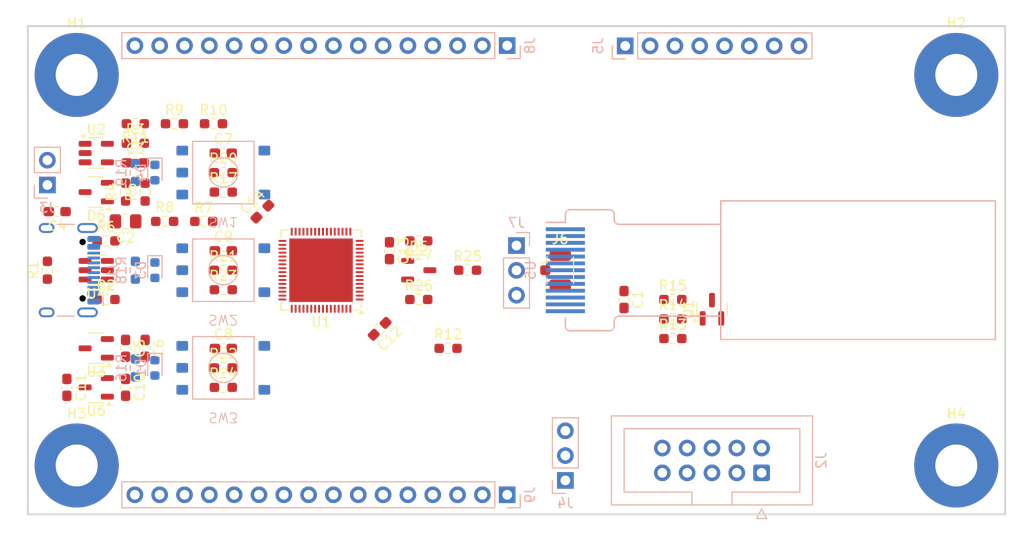
<source format=kicad_pcb>
(kicad_pcb (version 20240108) (generator "pcbnew") (generator_version "8.0")
  (layers (0 "F.Cu" signal) (31 "B.Cu" signal) (34 "B.Paste" user) (35 "F.Paste" user) (36 "B.SilkS" user "B.Silkscreen") (37 "F.SilkS" user "F.Silkscreen") (38 "B.Mask" user) (39 "F.Mask" user) (44 "Edge.Cuts" user))
  (net 0 "")
  (net 1 "+3V3")
  (net 2 "GND")
  (net 3 "+5V")
  (net 4 "Net-(U2-VCC)")
  (net 5 "Net-(J3-Pin_1)")
  (net 6 "/MCU/BTN0")
  (net 7 "/MCU/BTN2")
  (net 8 "/MCU/BTN1")
  (net 9 "/MCU/LED0")
  (net 10 "Net-(D1-A)")
  (net 11 "Net-(U3-VIN)")
  (net 12 "Net-(D3-A)")
  (net 13 "/MCU/LED1")
  (net 14 "/MCU/LED2")
  (net 15 "Net-(D4-A)")
  (net 16 "/MCU/FREQ")
  (net 17 "/MCU/D+")
  (net 18 "Net-(J1-SHIELD)")
  (net 19 "/MCU/CC1")
  (net 22 "/MCU/D-")
  (net 23 "/MCU/CC2")
  (net 24 "/MCU/SWD")
  (net 25 "/MCU/SWC")
  (net 27 "/MCU/nRST")
  (net 28 "Net-(J4-Pin_2)")
  (net 29 "/MCU/SCL")
  (net 30 "/MCU/D0")
  (net 31 "/MCU/BLK")
  (net 32 "/MCU/CSX")
  (net 33 "/MCU/DCX")
  (net 34 "/MCU/RESX")
  (net 35 "Net-(J6-In)")
  (net 36 "Net-(Q1-D)")
  (net 37 "Net-(Q1-G)")
  (net 38 "Net-(U2-PROG)")
  (net 39 "/MCU/BAT_V")
  (net 40 "/MCU/USB_V")
  (net 41 "/MCU/CHG")
  (net 42 "/MCU/BOOT")
  (net 43 "Net-(U5-Pin_11)")
  (net 44 "Net-(R17-Pad2)")
  (net 45 "Net-(R21-Pad2)")
  (net 46 "Net-(R22-Pad2)")
  (net 48 "/MCU/OSC_OUT")
  (net 52 "/MCU/OSC_IN")
  (net 89 "/MCU/PB13")
  (net 90 "/MCU/PB9")
  (net 91 "/MCU/PB0")
  (net 92 "/MCU/PB7")
  (net 93 "/MCU/PB6")
  (net 94 "/MCU/PB8")
  (net 95 "/MCU/PB4")
  (net 96 "/MCU/PB1")
  (net 97 "/MCU/PB12")
  (net 98 "/MCU/PB2")
  (net 99 "/MCU/PB5")
  (net 100 "/MCU/PB3")
  (net 101 "/MCU/PB10")
  (net 102 "/MCU/PB14")
  (net 103 "/MCU/PB11")
  (net 104 "/MCU/PB15")
  (net 107 "+1V8")
  (footprint "Resistor_SMD:R_0603_1608Metric_Pad0.98x0.95mm_HandSolder" (layer "F.Cu") (at 166 103)
    (property "Reference" "R15" (at 0 -1.43 0) (layer "F.SilkS"))
    (property "Value" "10R")
    (pad "1" smd roundrect (at -0.9125 0) (size 0.975 0.95) (layers "F.Cu" "F.Paste" "F.Mask") (net 43 "Net-(U5-Pin_11)"))
    (pad "2" smd roundrect (at 0.9125 0) (size 0.975 0.95) (layers "F.Cu" "F.Paste" "F.Mask") (net 36 "Net-(Q1-D)"))
  )
  (footprint "Resistor_SMD:R_0603_1608Metric_Pad0.98x0.95mm_HandSolder" (layer "F.Cu") (at 111 85 180)
    (property "Reference" "R11" (at 0 -1.43 360) (layer "F.SilkS"))
    (property "Value" "5.1k")
    (pad "1" smd roundrect (at -0.9125 0 180) (size 0.975 0.95) (layers "F.Cu" "F.Paste" "F.Mask") (net 1 "+3V3"))
    (pad "2" smd roundrect (at 0.9125 0 180) (size 0.975 0.95) (layers "F.Cu" "F.Paste" "F.Mask") (net 41 "/MCU/CHG"))
  )
  (footprint "Resistor_SMD:R_0603_1608Metric_Pad0.98x0.95mm_HandSolder" (layer "F.Cu") (at 166 107)
    (property "Reference" "R13" (at 0 -1.43 0) (layer "F.SilkS"))
    (property "Value" "10k")
    (pad "1" smd roundrect (at -0.9125 0) (size 0.975 0.95) (layers "F.Cu" "F.Paste" "F.Mask") (net 1 "+3V3"))
    (pad "2" smd roundrect (at 0.9125 0) (size 0.975 0.95) (layers "F.Cu" "F.Paste" "F.Mask") (net 37 "Net-(Q1-G)"))
  )
  (footprint "Package_TO_SOT_SMD:SOT-23-6" (layer "F.Cu") (at 107 100 180)
    (property "Reference" "U4" (at 0 -2.4 360) (layer "F.SilkS"))
    (property "Value" "USBLC6-4SC6")
    (pad "1" smd roundrect (at -1.1375 -0.95 180) (size 1.325 0.6) (layers "F.Cu" "F.Paste" "F.Mask") (net 22 "/MCU/D-"))
    (pad "2" smd roundrect (at -1.1375 0 180) (size 1.325 0.6) (layers "F.Cu" "F.Paste" "F.Mask") (net 2 "GND"))
    (pad "3" smd roundrect (at -1.1375 0.95 180) (size 1.325 0.6) (layers "F.Cu" "F.Paste" "F.Mask") (net 17 "/MCU/D+"))
    (pad "4" smd roundrect (at 1.1375 0.95 180) (size 1.325 0.6) (layers "F.Cu" "F.Paste" "F.Mask") (net 23 "/MCU/CC2"))
    (pad "5" smd roundrect (at 1.1375 0 180) (size 1.325 0.6) (layers "F.Cu" "F.Paste" "F.Mask") (net 3 "+5V"))
    (pad "6" smd roundrect (at 1.1375 -0.95 180) (size 1.325 0.6) (layers "F.Cu" "F.Paste" "F.Mask") (net 19 "/MCU/CC1"))
  )
  (footprint "Resistor_SMD:R_0603_1608Metric_Pad0.98x0.95mm_HandSolder" (layer "F.Cu") (at 102 100 90)
    (property "Reference" "R1" (at 0 -1.43 90) (layer "F.SilkS"))
    (property "Value" "10k")
    (pad "1" smd roundrect (at -0.9125 0 90) (size 0.975 0.95) (layers "F.Cu" "F.Paste" "F.Mask") (net 18 "Net-(J1-SHIELD)"))
    (pad "2" smd roundrect (at 0.9125 0 90) (size 0.975 0.95) (layers "F.Cu" "F.Paste" "F.Mask") (net 2 "GND"))
  )
  (footprint "Resistor_SMD:R_0603_1608Metric_Pad0.98x0.95mm_HandSolder" (layer "F.Cu") (at 110 92 90)
    (property "Reference" "R4" (at 0 -1.43 90) (layer "F.SilkS"))
    (property "Value" "1R")
    (pad "1" smd roundrect (at -0.9125 0 90) (size 0.975 0.95) (layers "F.Cu" "F.Paste" "F.Mask") (net 3 "+5V"))
    (pad "2" smd roundrect (at 0.9125 0 90) (size 0.975 0.95) (layers "F.Cu" "F.Paste" "F.Mask") (net 4 "Net-(U2-VCC)"))
  )
  (footprint "Resistor_SMD:R_0603_1608Metric_Pad0.98x0.95mm_HandSolder" (layer "F.Cu") (at 119 85)
    (property "Reference" "R10" (at 0 -1.43 0) (layer "F.SilkS"))
    (property "Value" "5.1k")
    (pad "1" smd roundrect (at -0.9125 0) (size 0.975 0.95) (layers "F.Cu" "F.Paste" "F.Mask") (net 39 "/MCU/BAT_V"))
    (pad "2" smd roundrect (at 0.9125 0) (size 0.975 0.95) (layers "F.Cu" "F.Paste" "F.Mask") (net 2 "GND"))
  )
  (footprint "Capacitor_SMD:C_0603_1608Metric_Pad1.08x0.95mm_HandSolder" (layer "F.Cu") (at 110 108 -90)
    (property "Reference" "C5" (at 0 -1.43 90) (layer "F.SilkS"))
    (property "Value" "1uF")
    (pad "1" smd roundrect (at -0.8625 0 270) (size 1.075 0.95) (layers "F.Cu" "F.Paste" "F.Mask") (net 1 "+3V3"))
    (pad "2" smd roundrect (at 0.8625 0 270) (size 1.075 0.95) (layers "F.Cu" "F.Paste" "F.Mask") (net 2 "GND"))
  )
  (footprint "Package_TO_SOT_SMD:SOT-23-5" (layer "F.Cu") (at 107 88)
    (property "Reference" "U2" (at 0 -2.4 0) (layer "F.SilkS"))
    (property "Value" "LTH7R/J")
    (pad "1" smd roundrect (at -1.1375 -0.95) (size 1.325 0.6) (layers "F.Cu" "F.Paste" "F.Mask") (net 41 "/MCU/CHG"))
    (pad "2" smd roundrect (at -1.1375 0) (size 1.325 0.6) (layers "F.Cu" "F.Paste" "F.Mask") (net 2 "GND"))
    (pad "3" smd roundrect (at -1.1375 0.95) (size 1.325 0.6) (layers "F.Cu" "F.Paste" "F.Mask") (net 5 "Net-(J3-Pin_1)"))
    (pad "4" smd roundrect (at 1.1375 0.95) (size 1.325 0.6) (layers "F.Cu" "F.Paste" "F.Mask") (net 4 "Net-(U2-VCC)"))
    (pad "5" smd roundrect (at 1.1375 -0.95) (size 1.325 0.6) (layers "F.Cu" "F.Paste" "F.Mask") (net 38 "Net-(U2-PROG)"))
  )
  (footprint "MountingHole:MountingHole_4.3mm_M4_Pad" (layer "F.Cu") (at 195 120)
    (property "Reference" "H4" (at 0 -5.3 0) (layer "F.SilkS"))
    (property "Value" "MountingHole_Pad")
    (pad "1" thru_hole circle (at 0 0) (size 8.6 8.6) (drill 4.3) (layers "*.Cu" "*.Mask") (net 2 "GND"))
  )
  (footprint "Resistor_SMD:R_0603_1608Metric_Pad0.98x0.95mm_HandSolder" (layer "F.Cu") (at 115 85)
    (property "Reference" "R9" (at 0 -1.43 0) (layer "F.SilkS"))
    (property "Value" "3.3k")
    (pad "1" smd roundrect (at -0.9125 0) (size 0.975 0.95) (layers "F.Cu" "F.Paste" "F.Mask") (net 5 "Net-(J3-Pin_1)"))
    (pad "2" smd roundrect (at 0.9125 0) (size 0.975 0.95) (layers "F.Cu" "F.Paste" "F.Mask") (net 39 "/MCU/BAT_V"))
  )
  (footprint "Resistor_SMD:R_0603_1608Metric_Pad0.98x0.95mm_HandSolder" (layer "F.Cu") (at 112 92 90)
    (property "Reference" "R5" (at 0 -1.43 90) (layer "F.SilkS"))
    (property "Value" "1R")
    (pad "1" smd roundrect (at -0.9125 0 90) (size 0.975 0.95) (layers "F.Cu" "F.Paste" "F.Mask") (net 3 "+5V"))
    (pad "2" smd roundrect (at 0.9125 0 90) (size 0.975 0.95) (layers "F.Cu" "F.Paste" "F.Mask") (net 4 "Net-(U2-VCC)"))
  )
  (footprint "Resistor_SMD:R_0603_1608Metric_Pad0.98x0.95mm_HandSolder" (layer "F.Cu") (at 140 97 180)
    (property "Reference" "R27" (at 0 -1.43 360) (layer "F.SilkS"))
    (property "Value" "1M")
    (pad "1" smd roundrect (at -0.9125 0 180) (size 0.975 0.95) (layers "F.Cu" "F.Paste" "F.Mask") (net 16 "/MCU/FREQ"))
    (pad "2" smd roundrect (at 0.9125 0 180) (size 0.975 0.95) (layers "F.Cu" "F.Paste" "F.Mask") (net 2 "GND"))
  )
  (footprint "Capacitor_SMD:C_0603_1608Metric_Pad1.08x0.95mm_HandSolder" (layer "F.Cu") (at 103 94 180)
    (property "Reference" "C4" (at 0 -1.43 360) (layer "F.SilkS"))
    (property "Value" "10uF")
    (pad "1" smd roundrect (at -0.8625 0 180) (size 1.075 0.95) (layers "F.Cu" "F.Paste" "F.Mask") (net 5 "Net-(J3-Pin_1)"))
    (pad "2" smd roundrect (at 0.8625 0 180) (size 1.075 0.95) (layers "F.Cu" "F.Paste" "F.Mask") (net 2 "GND"))
  )
  (footprint "Capacitor_SMD:C_0603_1608Metric_Pad1.08x0.95mm_HandSolder" (layer "F.Cu") (at 104 112 -90)
    (property "Reference" "C11" (at 0 -1.43 90) (layer "F.SilkS"))
    (property "Value" "10uF")
    (pad "1" smd roundrect (at -0.8625 0 270) (size 1.075 0.95) (layers "F.Cu" "F.Paste" "F.Mask") (net 11 "Net-(U3-VIN)"))
    (pad "2" smd roundrect (at 0.8625 0 270) (size 1.075 0.95) (layers "F.Cu" "F.Paste" "F.Mask") (net 2 "GND"))
  )
  (footprint "Capacitor_SMD:C_0603_1608Metric_Pad1.08x0.95mm_HandSolder" (layer "F.Cu") (at 112 108 -90)
    (property "Reference" "C6" (at 0 -1.43 90) (layer "F.SilkS"))
    (property "Value" "10uF")
    (pad "1" smd roundrect (at -0.8625 0 270) (size 1.075 0.95) (layers "F.Cu" "F.Paste" "F.Mask") (net 1 "+3V3"))
    (pad "2" smd roundrect (at 0.8625 0 270) (size 1.075 0.95) (layers "F.Cu" "F.Paste" "F.Mask") (net 2 "GND"))
  )
  (footprint "MountingHole:MountingHole_4.3mm_M4_Pad" (layer "F.Cu") (at 105 80)
    (property "Reference" "H1" (at 0 -5.3 0) (layer "F.SilkS"))
    (property "Value" "MountingHole_Pad")
    (pad "1" thru_hole circle (at 0 0) (size 8.6 8.6) (drill 4.3) (layers "*.Cu" "*.Mask") (net 2 "GND"))
  )
  (footprint "Resistor_SMD:R_0603_1608Metric_Pad0.98x0.95mm_HandSolder" (layer "F.Cu") (at 120 102)
    (property "Reference" "R23" (at 0 -1.43 0) (layer "F.SilkS"))
    (property "Value" "10k")
    (pad "1" smd roundrect (at -0.9125 0) (size 0.975 0.95) (layers "F.Cu" "F.Paste" "F.Mask") (net 1 "+3V3"))
    (pad "2" smd roundrect (at 0.9125 0) (size 0.975 0.95) (layers "F.Cu" "F.Paste" "F.Mask") (net 45 "Net-(R21-Pad2)"))
  )
  (footprint "Resistor_SMD:R_0603_1608Metric_Pad0.98x0.95mm_HandSolder" (layer "F.Cu") (at 166 105)
    (property "Reference" "R14" (at 0 -1.43 0) (layer "F.SilkS"))
    (property "Value" "1k")
    (pad "1" smd roundrect (at -0.9125 0) (size 0.975 0.95) (layers "F.Cu" "F.Paste" "F.Mask") (net 31 "/MCU/BLK"))
    (pad "2" smd roundrect (at 0.9125 0) (size 0.975 0.95) (layers "F.Cu" "F.Paste" "F.Mask") (net 37 "Net-(Q1-G)"))
  )
  (footprint "Resistor_SMD:R_0603_1608Metric_Pad0.98x0.95mm_HandSolder" (layer "F.Cu") (at 120 112)
    (property "Reference" "R24" (at 0 -1.43 0) (layer "F.SilkS"))
    (property "Value" "10k")
    (pad "1" smd roundrect (at -0.9125 0) (size 0.975 0.95) (layers "F.Cu" "F.Paste" "F.Mask") (net 1 "+3V3"))
    (pad "2" smd roundrect (at 0.9125 0) (size 0.975 0.95) (layers "F.Cu" "F.Paste" "F.Mask") (net 46 "Net-(R22-Pad2)"))
  )
  (footprint "Capacitor_SMD:C_0603_1608Metric_Pad1.08x0.95mm_HandSolder" (layer "F.Cu") (at 124 94 45)
    (property "Reference" "C14" (at 0 -1.43 45) (layer "F.SilkS"))
    (property "Value" "1uF")
    (pad "1" smd roundrect (at -0.862501 0 45) (size 1.075 0.95) (layers "F.Cu" "F.Paste" "F.Mask") (net 1 "+3V3"))
    (pad "2" smd roundrect (at 0.862501 0 45) (size 1.075 0.95) (layers "F.Cu" "F.Paste" "F.Mask") (net 2 "GND"))
  )
  (footprint "Resistor_SMD:R_0603_1608Metric_Pad0.98x0.95mm_HandSolder" (layer "F.Cu") (at 145 100)
    (property "Reference" "R25" (at 0 -1.43 0) (layer "F.SilkS"))
    (property "Value" "100R")
    (pad "1" smd roundrect (at -0.9125 0) (size 0.975 0.95) (layers "F.Cu" "F.Paste" "F.Mask") (net 16 "/MCU/FREQ"))
    (pad "2" smd roundrect (at 0.9125 0) (size 0.975 0.95) (layers "F.Cu" "F.Paste" "F.Mask") (net 35 "Net-(J6-In)"))
  )
  (footprint "Resistor_SMD:R_0603_1608Metric_Pad0.98x0.95mm_HandSolder" (layer "F.Cu") (at 120 100)
    (property "Reference" "R21" (at 0 -1.43 0) (layer "F.SilkS"))
    (property "Value" "1k")
    (pad "1" smd roundrect (at -0.9125 0) (size 0.975 0.95) (layers "F.Cu" "F.Paste" "F.Mask") (net 8 "/MCU/BTN1"))
    (pad "2" smd roundrect (at 0.9125 0) (size 0.975 0.95) (layers "F.Cu" "F.Paste" "F.Mask") (net 45 "Net-(R21-Pad2)"))
  )
  (footprint "Capacitor_SMD:C_0603_1608Metric_Pad1.08x0.95mm_HandSolder" (layer "F.Cu") (at 120 88)
    (property "Reference" "C7" (at 0 -1.43 0) (layer "F.SilkS"))
    (property "Value" "100nF")
    (pad "1" smd roundrect (at -0.8625 0) (size 1.075 0.95) (layers "F.Cu" "F.Paste" "F.Mask") (net 6 "/MCU/BTN0"))
    (pad "2" smd roundrect (at 0.8625 0) (size 1.075 0.95) (layers "F.Cu" "F.Paste" "F.Mask") (net 2 "GND"))
  )
  (footprint "Capacitor_SMD:C_0603_1608Metric_Pad1.08x0.95mm_HandSolder" (layer "F.Cu") (at 120 108)
    (property "Reference" "C8" (at 0 -1.43 0) (layer "F.SilkS"))
    (property "Value" "100nF")
    (pad "1" smd roundrect (at -0.8625 0) (size 1.075 0.95) (layers "F.Cu" "F.Paste" "F.Mask") (net 7 "/MCU/BTN2"))
    (pad "2" smd roundrect (at 0.8625 0) (size 1.075 0.95) (layers "F.Cu" "F.Paste" "F.Mask") (net 2 "GND"))
  )
  (footprint "Resistor_SMD:R_0603_1608Metric_Pad0.98x0.95mm_HandSolder" (layer "F.Cu") (at 114 95)
    (property "Reference" "R8" (at 0 -1.43 0) (layer "F.SilkS"))
    (property "Value" "5.1k")
    (pad "1" smd roundrect (at -0.9125 0) (size 0.975 0.95) (layers "F.Cu" "F.Paste" "F.Mask") (net 3 "+5V"))
    (pad "2" smd roundrect (at 0.9125 0) (size 0.975 0.95) (layers "F.Cu" "F.Paste" "F.Mask") (net 40 "/MCU/USB_V"))
  )
  (footprint "Capacitor_SMD:C_0603_1608Metric_Pad1.08x0.95mm_HandSolder" (layer "F.Cu") (at 110 112 -90)
    (property "Reference" "C10" (at 0 -1.43 90) (layer "F.SilkS"))
    (property "Value" "1uF")
    (pad "1" smd roundrect (at -0.8625 0 270) (size 1.075 0.95) (layers "F.Cu" "F.Paste" "F.Mask") (net 107 "+1V8"))
    (pad "2" smd roundrect (at 0.8625 0 270) (size 1.075 0.95) (layers "F.Cu" "F.Paste" "F.Mask") (net 2 "GND"))
  )
  (footprint "Resistor_SMD:R_0603_1608Metric_Pad0.98x0.95mm_HandSolder" (layer "F.Cu") (at 120 90)
    (property "Reference" "R20" (at 0 -1.43 0) (layer "F.SilkS"))
    (property "Value" "1k")
    (pad "1" smd roundrect (at -0.9125 0) (size 0.975 0.95) (layers "F.Cu" "F.Paste" "F.Mask") (net 6 "/MCU/BTN0"))
    (pad "2" smd roundrect (at 0.9125 0) (size 0.975 0.95) (layers "F.Cu" "F.Paste" "F.Mask") (net 44 "Net-(R17-Pad2)"))
  )
  (footprint "Package_DFN_QFN:QFN-64-1EP_8x8mm_P0.4mm_EP6.5x6.5mm" (layer "F.Cu") (at 130 100 180)
    (property "Reference" "U1" (at 0 -5.31 360) (layer "F.SilkS"))
    (property "Value" "PY32F071R1BU")
    (pad "1" smd roundrect (at -3.95 -3 180) (size 0.8 0.2) (layers "F.Cu" "F.Paste" "F.Mask"))
    (pad "2" smd roundrect (at -3.95 -2.6 180) (size 0.8 0.2) (layers "F.Cu" "F.Paste" "F.Mask"))
    (pad "3" smd roundrect (at -3.95 -2.2 180) (size 0.8 0.2) (layers "F.Cu" "F.Paste" "F.Mask"))
    (pad "4" smd roundrect (at -3.95 -1.8 180) (size 0.8 0.2) (layers "F.Cu" "F.Paste" "F.Mask"))
    (pad "5" smd roundrect (at -3.95 -1.4 180) (size 0.8 0.2) (layers "F.Cu" "F.Paste" "F.Mask") (net 52 "/MCU/OSC_IN"))
    (pad "6" smd roundrect (at -3.95 -1 180) (size 0.8 0.2) (layers "F.Cu" "F.Paste" "F.Mask") (net 48 "/MCU/OSC_OUT"))
    (pad "7" smd roundrect (at -3.95 -0.6 180) (size 0.8 0.2) (layers "F.Cu" "F.Paste" "F.Mask") (net 27 "/MCU/nRST"))
    (pad "8" smd roundrect (at -3.95 -0.2 180) (size 0.8 0.2) (layers "F.Cu" "F.Paste" "F.Mask") (net 16 "/MCU/FREQ"))
    (pad "9" smd roundrect (at -3.95 0.2 180) (size 0.8 0.2) (layers "F.Cu" "F.Paste" "F.Mask") (net 6 "/MCU/BTN0"))
    (pad "10" smd roundrect (at -3.95 0.6 180) (size 0.8 0.2) (layers "F.Cu" "F.Paste" "F.Mask") (net 8 "/MCU/BTN1"))
    (pad "11" smd roundrect (at -3.95 1 180) (size 0.8 0.2) (layers "F.Cu" "F.Paste" "F.Mask") (net 7 "/MCU/BTN2"))
    (pad "12" smd roundrect (at -3.95 1.4 180) (size 0.8 0.2) (layers "F.Cu" "F.Paste" "F.Mask") (net 2 "GND"))
    (pad "13" smd roundrect (at -3.95 1.8 180) (size 0.8 0.2) (layers "F.Cu" "F.Paste" "F.Mask") (net 1 "+3V3"))
    (pad "14" smd roundrect (at -3.95 2.2 180) (size 0.8 0.2) (layers "F.Cu" "F.Paste" "F.Mask"))
    (pad "15" smd roundrect (at -3.95 2.6 180) (size 0.8 0.2) (layers "F.Cu" "F.Paste" "F.Mask") (net 39 "/MCU/BAT_V"))
    (pad "16" smd roundrect (at -3.95 3 180) (size 0.8 0.2) (layers "F.Cu" "F.Paste" "F.Mask") (net 40 "/MCU/USB_V"))
    (pad "17" smd roundrect (at -3 3.95 180) (size 0.2 0.8) (layers "F.Cu" "F.Paste" "F.Mask") (net 19 "/MCU/CC1"))
    (pad "18" smd roundrect (at -2.6 3.95 180) (size 0.2 0.8) (layers "F.Cu" "F.Paste" "F.Mask") (net 19 "/MCU/CC1"))
    (pad "19" smd roundrect (at -2.2 3.95 180) (size 0.2 0.8) (layers "F.Cu" "F.Paste" "F.Mask") (net 23 "/MCU/CC2"))
    (pad "20" smd roundrect (at -1.8 3.95 180) (size 0.2 0.8) (layers "F.Cu" "F.Paste" "F.Mask") (net 23 "/MCU/CC2"))
    (pad "21" smd roundrect (at -1.4 3.95 180) (size 0.2 0.8) (layers "F.Cu" "F.Paste" "F.Mask") (net 29 "/MCU/SCL"))
    (pad "22" smd roundrect (at -1 3.95 180) (size 0.2 0.8) (layers "F.Cu" "F.Paste" "F.Mask") (net 31 "/MCU/BLK"))
    (pad "23" smd roundrect (at -0.6 3.95 180) (size 0.2 0.8) (layers "F.Cu" "F.Paste" "F.Mask") (net 30 "/MCU/D0"))
    (pad "24" smd roundrect (at -0.2 3.95 180) (size 0.2 0.8) (layers "F.Cu" "F.Paste" "F.Mask"))
    (pad "25" smd roundrect (at 0.2 3.95 180) (size 0.2 0.8) (layers "F.Cu" "F.Paste" "F.Mask"))
    (pad "26" smd roundrect (at 0.6 3.95 180) (size 0.2 0.8) (layers "F.Cu" "F.Paste" "F.Mask") (net 91 "/MCU/PB0"))
    (pad "27" smd roundrect (at 1 3.95 180) (size 0.2 0.8) (layers "F.Cu" "F.Paste" "F.Mask") (net 96 "/MCU/PB1"))
    (pad "28" smd roundrect (at 1.4 3.95 180) (size 0.2 0.8) (layers "F.Cu" "F.Paste" "F.Mask") (net 98 "/MCU/PB2"))
    (pad "29" smd roundrect (at 1.8 3.95 180) (size 0.2 0.8) (layers "F.Cu" "F.Paste" "F.Mask") (net 101 "/MCU/PB10"))
    (pad "30" smd roundrect (at 2.2 3.95 180) (size 0.2 0.8) (layers "F.Cu" "F.Paste" "F.Mask") (net 103 "/MCU/PB11"))
    (pad "31" smd roundrect (at 2.6 3.95 180) (size 0.2 0.8) (layers "F.Cu" "F.Paste" "F.Mask") (net 2 "GND"))
    (pad "32" smd roundrect (at 3 3.95 180) (size 0.2 0.8) (layers "F.Cu" "F.Paste" "F.Mask") (net 1 "+3V3"))
    (pad "33" smd roundrect (at 3.95 3 180) (size 0.8 0.2) (layers "F.Cu" "F.Paste" "F.Mask") (net 97 "/MCU/PB12"))
    (pad "34" smd roundrect (at 3.95 2.6 180) (size 0.8 0.2) (layers "F.Cu" "F.Paste" "F.Mask") (net 89 "/MCU/PB13"))
    (pad "35" smd roundrect (at 3.95 2.2 180) (size 0.8 0.2) (layers "F.Cu" "F.Paste" "F.Mask") (net 102 "/MCU/PB14"))
    (pad "36" smd roundrect (at 3.95 1.8 180) (size 0.8 0.2) (layers "F.Cu" "F.Paste" "F.Mask") (net 104 "/MCU/PB15"))
    (pad "37" smd roundrect (at 3.95 1.4 180) (size 0.8 0.2) (layers "F.Cu" "F.Paste" "F.Mask"))
    (pad "38" smd roundrect (at 3.95 1 180) (size 0.8 0.2) (layers "F.Cu" "F.Paste" "F.Mask"))
    (pad "39" smd roundrect (at 3.95 0.6 180) (size 0.8 0.2) (layers "F.Cu" "F.Paste" "F.Mask"))
    (pad "40" smd roundrect (at 3.95 0.2 180) (size 0.8 0.2) (layers "F.Cu" "F.Paste" "F.Mask"))
    (pad "41" smd roundrect (at 3.95 -0.2 180) (size 0.8 0.2) (layers "F.Cu" "F.Paste" "F.Mask") (net 34 "/MCU/RESX"))
    (pad "42" smd roundrect (at 3.95 -0.6 180) (size 0.8 0.2) (layers "F.Cu" "F.Paste" "F.Mask") (net 33 "/MCU/DCX"))
    (pad "43" smd roundrect (at 3.95 -1 180) (size 0.8 0.2) (layers "F.Cu" "F.Paste" "F.Mask") (net 32 "/MCU/CSX"))
    (pad "44" smd roundrect (at 3.95 -1.4 180) (size 0.8 0.2) (layers "F.Cu" "F.Paste" "F.Mask") (net 22 "/MCU/D-"))
    (pad "45" smd roundrect (at 3.95 -1.8 180) (size 0.8 0.2) (layers "F.Cu" "F.Paste" "F.Mask") (net 17 "/MCU/D+"))
    (pad "46" smd roundrect (at 3.95 -2.2 180) (size 0.8 0.2) (layers "F.Cu" "F.Paste" "F.Mask") (net 24 "/MCU/SWD"))
    (pad "47" smd roundrect (at 3.95 -2.6 180) (size 0.8 0.2) (layers "F.Cu" "F.Paste" "F.Mask") (net 9 "/MCU/LED0"))
    (pad "48" smd roundrect (at 3.95 -3 180) (size 0.8 0.2) (layers "F.Cu" "F.Paste" "F.Mask") (net 13 "/MCU/LED1"))
    (pad "49" smd roundrect (at 3 -3.95 180) (size 0.2 0.8) (layers "F.Cu" "F.Paste" "F.Mask") (net 25 "/MCU/SWC"))
    (pad "50" smd roundrect (at 2.6 -3.95 180) (size 0.2 0.8) (layers "F.Cu" "F.Paste" "F.Mask") (net 41 "/MCU/CHG"))
    (pad "51" smd roundrect (at 2.2 -3.95 180) (size 0.2 0.8) (layers "F.Cu" "F.Paste" "F.Mask"))
    (pad "52" smd roundrect (at 1.8 -3.95 180) (size 0.2 0.8) (layers "F.Cu" "F.Paste" "F.Mask"))
    (pad "53" smd roundrect (at 1.4 -3.95 180) (size 0.2 0.8) (layers "F.Cu" "F.Paste" "F.Mask"))
    (pad "54" smd roundrect (at 1 -3.95 180) (size 0.2 0.8) (layers "F.Cu" "F.Paste" "F.Mask") (net 14 "/MCU/LED2"))
    (pad "55" smd roundrect (at 0.6 -3.95 180) (size 0.2 0.8) (layers "F.Cu" "F.Paste" "F.Mask") (net 100 "/MCU/PB3"))
    (pad "56" smd roundrect (at 0.2 -3.95 180) (size 0.2 0.8) (layers "F.Cu" "F.Paste" "F.Mask") (net 95 "/MCU/PB4"))
    (pad "57" smd roundrect (at -0.2 -3.95 180) (size 0.2 0.8) (layers "F.Cu" "F.Paste" "F.Mask") (net 99 "/MCU/PB5"))
    (pad "58" smd roundrect (at -0.6 -3.95 180) (size 0.2 0.8) (layers "F.Cu" "F.Paste" "F.Mask") (net 93 "/MCU/PB6"))
    (pad "59" smd roundrect (at -1 -3.95 180) (size 0.2 0.8) (layers "F.Cu" "F.Paste" "F.Mask") (net 92 "/MCU/PB7"))
    (pad "60" smd roundrect (at -1.4 -3.95 180) (size 0.2 0.8) (layers "F.Cu" "F.Paste" "F.Mask") (net 42 "/MCU/BOOT"))
    (pad "61" smd roundrect (at -1.8 -3.95 180) (size 0.2 0.8) (layers "F.Cu" "F.Paste" "F.Mask") (net 94 "/MCU/PB8"))
    (pad "62" smd roundrect (at -2.2 -3.95 180) (size 0.2 0.8) (layers "F.Cu" "F.Paste" "F.Mask") (net 90 "/MCU/PB9"))
    (pad "63" smd roundrect (at -2.6 -3.95 180) (size 0.2 0.8) (layers "F.Cu" "F.Paste" "F.Mask") (net 2 "GND"))
    (pad "64" smd roundrect (at -3 -3.95 180) (size 0.2 0.8) (layers "F.Cu" "F.Paste" "F.Mask") (net 1 "+3V3"))
    (pad "65" smd rect (at 0 0 180) (size 6.5 6.5) (property pad_prop_heatsink) (layers "F.Cu" "F.Mask") (net 2 "GND"))
  )
  (footprint "Package_TO_SOT_SMD:SOT-23-3" (layer "F.Cu") (at 107 108 180)
    (property "Reference" "U3" (at 0 -2.4 360) (layer "F.SilkS"))
    (property "Value" "XC6206P332MR-MS")
    (pad "1" smd roundrect (at -1.1375 -0.95 180) (size 1.325 0.6) (layers "F.Cu" "F.Paste" "F.Mask") (net 2 "GND"))
    (pad "2" smd roundrect (at -1.1375 0.95 180) (size 1.325 0.6) (layers "F.Cu" "F.Paste" "F.Mask") (net 1 "+3V3"))
    (pad "3" smd roundrect (at 1.1375 0 180) (size 1.325 0.6) (layers "F.Cu" "F.Paste" "F.Mask") (net 11 "Net-(U3-VIN)"))
  )
  (footprint "Capacitor_SMD:C_0805_2012Metric_Pad1.18x1.45mm_HandSolder" (layer "F.Cu") (at 110 95 180)
    (property "Reference" "C2" (at 0 -1.68 360) (layer "F.SilkS"))
    (property "Value" "47uF")
    (pad "1" smd roundrect (at -1.0375 0 180) (size 1.175 1.45) (layers "F.Cu" "F.Paste" "F.Mask") (roundrect_rratio 0.212766) (net 3 "+5V"))
    (pad "2" smd roundrect (at 1.0375 0 180) (size 1.175 1.45) (layers "F.Cu" "F.Paste" "F.Mask") (roundrect_rratio 0.212766) (net 2 "GND"))
  )
  (footprint "Package_TO_SOT_SMD:SOT-23-3" (layer "F.Cu") (at 140 100)
    (property "Reference" "D5" (at 0 -2.4 0) (layer "F.SilkS"))
    (property "Value" "BAT54S")
    (pad "1" smd roundrect (at -1.1375 -0.95) (size 1.325 0.6) (layers "F.Cu" "F.Paste" "F.Mask") (net 2 "GND"))
    (pad "2" smd roundrect (at -1.1375 0.95) (size 1.325 0.6) (layers "F.Cu" "F.Paste" "F.Mask") (net 1 "+3V3"))
    (pad "3" smd roundrect (at 1.1375 0) (size 1.325 0.6) (layers "F.Cu" "F.Paste" "F.Mask") (net 16 "/MCU/FREQ"))
  )
  (footprint "Capacitor_SMD:C_0603_1608Metric_Pad1.08x0.95mm_HandSolder" (layer "F.Cu") (at 111 89)
    (property "Reference" "C3" (at 0 -1.43 0) (layer "F.SilkS"))
    (property "Value" "1uF")
    (pad "1" smd roundrect (at -0.8625 0) (size 1.075 0.95) (layers "F.Cu" "F.Paste" "F.Mask") (net 4 "Net-(U2-VCC)"))
    (pad "2" smd roundrect (at 0.8625 0) (size 1.075 0.95) (layers "F.Cu" "F.Paste" "F.Mask") (net 2 "GND"))
  )
  (footprint "Capacitor_SMD:C_0603_1608Metric_Pad1.08x0.95mm_HandSolder" (layer "F.Cu") (at 137 98 -90)
    (property "Reference" "C13" (at 0 -1.43 90) (layer "F.SilkS"))
    (property "Value" "1uF")
    (pad "1" smd roundrect (at -0.8625 0 270) (size 1.075 0.95) (layers "F.Cu" "F.Paste" "F.Mask") (net 1 "+3V3"))
    (pad "2" smd roundrect (at 0.8625 0 270) (size 1.075 0.95) (layers "F.Cu" "F.Paste" "F.Mask") (net 2 "GND"))
  )
  (footprint "Package_TO_SOT_SMD:SOT-23-3" (layer "F.Cu") (at 107 112 180)
    (property "Reference" "U6" (at 0 -2.4 360) (layer "F.SilkS"))
    (property "Value" "XC6206P182MR-MS")
    (pad "1" smd roundrect (at -1.1375 -0.95 180) (size 1.325 0.6) (layers "F.Cu" "F.Paste" "F.Mask") (net 2 "GND"))
    (pad "2" smd roundrect (at -1.1375 0.95 180) (size 1.325 0.6) (layers "F.Cu" "F.Paste" "F.Mask") (net 107 "+1V8"))
    (pad "3" smd roundrect (at 1.1375 0 180) (size 1.325 0.6) (layers "F.Cu" "F.Paste" "F.Mask") (net 11 "Net-(U3-VIN)"))
  )
  (footprint "Capacitor_SMD:C_0603_1608Metric_Pad1.08x0.95mm_HandSolder" (layer "F.Cu") (at 136 106 -135)
    (property "Reference" "C12" (at 0 -1.43 45) (layer "F.SilkS"))
    (property "Value" "1uF")
    (pad "1" smd roundrect (at -0.862501 0 225) (size 1.075 0.95) (layers "F.Cu" "F.Paste" "F.Mask") (net 1 "+3V3"))
    (pad "2" smd roundrect (at 0.862501 0 225) (size 1.075 0.95) (layers "F.Cu" "F.Paste" "F.Mask") (net 2 "GND"))
  )
  (footprint "Resistor_SMD:R_0603_1608Metric_Pad0.98x0.95mm_HandSolder" (layer "F.Cu") (at 108 97)
    (property "Reference" "R6" (at 0 -1.43 0) (layer "F.SilkS"))
    (property "Value" "5.1k")
    (pad "1" smd roundrect (at -0.9125 0) (size 0.975 0.95) (layers "F.Cu" "F.Paste" "F.Mask") (net 23 "/MCU/CC2"))
    (pad "2" smd roundrect (at 0.9125 0) (size 0.975 0.95) (layers "F.Cu" "F.Paste" "F.Mask") (net 2 "GND"))
  )
  (footprint "Resistor_SMD:R_0603_1608Metric_Pad0.98x0.95mm_HandSolder" (layer "F.Cu") (at 120 92)
    (property "Reference" "R17" (at 0 -1.43 0) (layer "F.SilkS"))
    (property "Value" "10k")
    (pad "1" smd roundrect (at -0.9125 0) (size 0.975 0.95) (layers "F.Cu" "F.Paste" "F.Mask") (net 1 "+3V3"))
    (pad "2" smd roundrect (at 0.9125 0) (size 0.975 0.95) (layers "F.Cu" "F.Paste" "F.Mask") (net 44 "Net-(R17-Pad2)"))
  )
  (footprint "Resistor_SMD:R_0603_1608Metric_Pad0.98x0.95mm_HandSolder" (layer "F.Cu") (at 118 95)
    (property "Reference" "R7" (at 0 -1.43 0) (layer "F.SilkS"))
    (property "Value" "5.1k")
    (pad "1" smd roundrect (at -0.9125 0) (size 0.975 0.95) (layers "F.Cu" "F.Paste" "F.Mask") (net 40 "/MCU/USB_V"))
    (pad "2" smd roundrect (at 0.9125 0) (size 0.975 0.95) (layers "F.Cu" "F.Paste" "F.Mask") (net 2 "GND"))
  )
  (footprint "Resistor_SMD:R_0603_1608Metric_Pad0.98x0.95mm_HandSolder" (layer "F.Cu") (at 120 110)
    (property "Reference" "R22" (at 0 -1.43 0) (layer "F.SilkS"))
    (property "Value" "1k")
    (pad "1" smd roundrect (at -0.9125 0) (size 0.975 0.95) (layers "F.Cu" "F.Paste" "F.Mask") (net 7 "/MCU/BTN2"))
    (pad "2" smd roundrect (at 0.9125 0) (size 0.975 0.95) (layers "F.Cu" "F.Paste" "F.Mask") (net 46 "Net-(R22-Pad2)"))
  )
  (footprint "Resistor_SMD:R_0603_1608Metric_Pad0.98x0.95mm_HandSolder" (layer "F.Cu") (at 140 103)
    (property "Reference" "R26" (at 0 -1.43 360) (layer "F.SilkS"))
    (property "Value" "1M")
    (pad "1" smd roundrect (at -0.9125 0) (size 0.975 0.95) (layers "F.Cu" "F.Paste" "F.Mask") (net 1 "+3V3"))
    (pad "2" smd roundrect (at 0.9125 0) (size 0.975 0.95) (layers "F.Cu" "F.Paste" "F.Mask") (net 16 "/MCU/FREQ"))
  )
  (footprint "Package_TO_SOT_SMD:SOT-23-3" (layer "F.Cu") (at 107 92 180)
    (property "Reference" "D6" (at 0 -2.4 360) (layer "F.SilkS"))
    (property "Value" "BAT54C")
    (pad "1" smd roundrect (at -1.1375 -0.95 180) (size 1.325 0.6) (layers "F.Cu" "F.Paste" "F.Mask") (net 3 "+5V"))
    (pad "2" smd roundrect (at -1.1375 0.95 180) (size 1.325 0.6) (layers "F.Cu" "F.Paste" "F.Mask") (net 5 "Net-(J3-Pin_1)"))
    (pad "3" smd roundrect (at 1.1375 0 180) (size 1.325 0.6) (layers "F.Cu" "F.Paste" "F.Mask") (net 11 "Net-(U3-VIN)"))
  )
  (footprint "Resistor_SMD:R_0603_1608Metric_Pad0.98x0.95mm_HandSolder" (layer "F.Cu") (at 111 87)
    (property "Reference" "R3" (at 0 -1.43 0) (layer "F.SilkS"))
    (property "Value" "3.3k")
    (pad "1" smd roundrect (at -0.9125 0) (size 0.975 0.95) (layers "F.Cu" "F.Paste" "F.Mask") (net 38 "Net-(U2-PROG)"))
    (pad "2" smd roundrect (at 0.9125 0) (size 0.975 0.95) (layers "F.Cu" "F.Paste" "F.Mask") (net 2 "GND"))
  )
  (footprint "Capacitor_SMD:C_0603_1608Metric_Pad1.08x0.95mm_HandSolder" (layer "F.Cu") (at 161 103 -90)
    (property "Reference" "C1" (at 0 -1.43 90) (layer "F.SilkS"))
    (property "Value" "1uF")
    (pad "1" smd roundrect (at -0.8625 0 270) (size 1.075 0.95) (layers "F.Cu" "F.Paste" "F.Mask") (net 1 "+3V3"))
    (pad "2" smd roundrect (at 0.8625 0 270) (size 1.075 0.95) (layers "F.Cu" "F.Paste" "F.Mask") (net 2 "GND"))
  )
  (footprint "MountingHole:MountingHole_4.3mm_M4_Pad" (layer "F.Cu") (at 105 120)
    (property "Reference" "H3" (at 0 -5.3 0) (layer "F.SilkS"))
    (property "Value" "MountingHole_Pad")
    (pad "1" thru_hole circle (at 0 0) (size 8.6 8.6) (drill 4.3) (layers "*.Cu" "*.Mask") (net 2 "GND"))
  )
  (footprint "Resistor_SMD:R_0603_1608Metric_Pad0.98x0.95mm_HandSolder" (layer "F.Cu") (at 108 103)
    (property "Reference" "R2" (at 0 -1.43 0) (layer "F.SilkS"))
    (property "Value" "5.1k")
    (pad "1" smd roundrect (at -0.9125 0) (size 0.975 0.95) (layers "F.Cu" "F.Paste" "F.Mask") (net 19 "/MCU/CC1"))
    (pad "2" smd roundrect (at 0.9125 0) (size 0.975 0.95) (layers "F.Cu" "F.Paste" "F.Mask") (net 2 "GND"))
  )
  (footprint "MountingHole:MountingHole_4.3mm_M4_Pad" (layer "F.Cu") (at 195 80)
    (property "Reference" "H2" (at 0 -5.3 0) (layer "F.SilkS"))
    (property "Value" "MountingHole_Pad")
    (pad "1" thru_hole circle (at 0 0) (size 8.6 8.6) (drill 4.3) (layers "*.Cu" "*.Mask") (net 2 "GND"))
  )
  (footprint "Capacitor_SMD:C_0603_1608Metric_Pad1.08x0.95mm_HandSolder" (layer "F.Cu") (at 120 98)
    (property "Reference" "C9" (at 0 -1.43 0) (layer "F.SilkS"))
    (property "Value" "100nF")
    (pad "1" smd roundrect (at -0.8625 0) (size 1.075 0.95) (layers "F.Cu" "F.Paste" "F.Mask") (net 8 "/MCU/BTN1"))
    (pad "2" smd roundrect (at 0.8625 0) (size 1.075 0.95) (layers "F.Cu" "F.Paste" "F.Mask") (net 2 "GND"))
  )
  (footprint "Package_TO_SOT_SMD:SOT-23" (layer "F.Cu") (at 170 104 90)
    (property "Reference" "Q1" (at 0 -2.4 90) (layer "F.SilkS"))
    (property "Value" "IRLML0030")
    (pad "1" smd roundrect (at -0.9375 -0.95 90) (size 1.475 0.6) (layers "F.Cu" "F.Paste" "F.Mask") (net 37 "Net-(Q1-G)"))
    (pad "2" smd roundrect (at -0.9375 0.95 90) (size 1.475 0.6) (layers "F.Cu" "F.Paste" "F.Mask") (net 2 "GND"))
    (pad "3" smd roundrect (at 0.9375 0 90) (size 1.475 0.6) (layers "F.Cu" "F.Paste" "F.Mask") (net 36 "Net-(Q1-D)"))
  )
  (footprint "Connector_Coaxial:U.FL_Hirose_U.FL-R-SMT-1_Vertical" (layer "F.Cu") (at 154 100)
    (property "Reference" "J6" (at 0.475 -3.2 0) (layer "F.SilkS"))
    (property "Value" "Conn_Coaxial")
    (pad "1" smd roundrect (at -1.05 0) (size 1.05 1) (layers "F.Cu" "F.Paste" "F.Mask") (net 35 "Net-(J6-In)"))
    (pad "2" smd roundrect (at 0.475 -1.475) (size 2.2 1.05) (layers "F.Cu" "F.Paste" "F.Mask") (roundrect_rratio 0.2380952381) (net 2 "GND"))
    (pad "2" smd roundrect (at 0.475 1.475) (size 2.2 1.05) (layers "F.Cu" "F.Paste" "F.Mask") (roundrect_rratio 0.2380952381) (net 2 "GND"))
  )
  (footprint "Resistor_SMD:R_0603_1608Metric_Pad0.98x0.95mm_HandSolder" (layer "F.Cu") (at 143 108)
    (property "Reference" "R12" (at 0 -1.43 0) (layer "F.SilkS"))
    (property "Value" "1k")
    (pad "1" smd roundrect (at -0.9125 0) (size 0.975 0.95) (layers "F.Cu" "F.Paste" "F.Mask") (net 42 "/MCU/BOOT"))
    (pad "2" smd roundrect (at 0.9125 0) (size 0.975 0.95) (layers "F.Cu" "F.Paste" "F.Mask") (net 28 "Net-(J4-Pin_2)"))
  )
  (footprint "USER:SW_SPST_CK_PTS641" (layer "B.Cu") (at 120 110)
    (property "Reference" "SW3" (at 0 5.08 180) (layer "B.SilkS") (effects (font (thickness 0.1)) (justify mirror)))
    (property "Value" "BTN2")
    (pad "1" smd roundrect (at -4.2 2.25) (size 1.2 1) (layers "B.Cu" "B.Paste" "B.Mask") (roundrect_rratio 0.15) (net 46 "Net-(R22-Pad2)"))
    (pad "1" smd roundrect (at 4.2 2.25) (size 1.2 1) (layers "B.Cu" "B.Paste" "B.Mask") (roundrect_rratio 0.15) (net 46 "Net-(R22-Pad2)"))
    (pad "2" smd roundrect (at -4.2 -2.25) (size 1.2 1) (layers "B.Cu" "B.Paste" "B.Mask") (roundrect_rratio 0.15) (net 2 "GND"))
    (pad "2" smd roundrect (at 4.2 -2.25) (size 1.2 1) (layers "B.Cu" "B.Paste" "B.Mask") (roundrect_rratio 0.15) (net 2 "GND"))
    (pad "SH" smd roundrect (at -4.2 0) (size 1.2 1) (layers "B.Cu" "B.Paste" "B.Mask") (roundrect_rratio 0.15))
  )
  (footprint "USER:SW_SPST_CK_PTS641" (layer "B.Cu") (at 120 90)
    (property "Reference" "SW1" (at 0 5.08 180) (layer "B.SilkS") (effects (font (thickness 0.1)) (justify mirror)))
    (property "Value" "BTN0")
    (pad "1" smd roundrect (at -4.2 2.25) (size 1.2 1) (layers "B.Cu" "B.Paste" "B.Mask") (roundrect_rratio 0.15) (net 44 "Net-(R17-Pad2)"))
    (pad "1" smd roundrect (at 4.2 2.25) (size 1.2 1) (layers "B.Cu" "B.Paste" "B.Mask") (roundrect_rratio 0.15) (net 44 "Net-(R17-Pad2)"))
    (pad "2" smd roundrect (at -4.2 -2.25) (size 1.2 1) (layers "B.Cu" "B.Paste" "B.Mask") (roundrect_rratio 0.15) (net 2 "GND"))
    (pad "2" smd roundrect (at 4.2 -2.25) (size 1.2 1) (layers "B.Cu" "B.Paste" "B.Mask") (roundrect_rratio 0.15) (net 2 "GND"))
    (pad "SH" smd roundrect (at -4.2 0) (size 1.2 1) (layers "B.Cu" "B.Paste" "B.Mask") (roundrect_rratio 0.15))
  )
  (footprint "USER:ST7735S_13P_0.96IN_80X160" (layer "B.Cu") (at 155 100 -90)
    (property "Reference" "U5" (at 0 3.55 90) (layer "B.SilkS") (effects (justify mirror)))
    (property "Value" "ST7735S_13P")
    (pad "" np_thru_hole circle (at -5.2 -4 270) (size 1 1) (drill 1) (layers "F&B.Cu" "*.Mask"))
    (pad "" np_thru_hole circle (at 5.2 -4 270) (size 1 1) (drill 1) (layers "F&B.Cu" "*.Mask"))
    (pad "1" smd rect (at -4.2 0 270) (size 0.4 4) (layers "B.Cu" "B.Paste" "B.Mask"))
    (pad "2" smd rect (at -3.5 0 270) (size 0.4 4) (layers "B.Cu" "B.Paste" "B.Mask"))
    (pad "3" smd rect (at -2.8 0 270) (size 0.4 4) (layers "B.Cu" "B.Paste" "B.Mask") (net 29 "/MCU/SCL"))
    (pad "4" smd rect (at -2.1 0 270) (size 0.4 4) (layers "B.Cu" "B.Paste" "B.Mask") (net 30 "/MCU/D0"))
    (pad "5" smd rect (at -1.4 0 270) (size 0.4 4) (layers "B.Cu" "B.Paste" "B.Mask") (net 33 "/MCU/DCX"))
    (pad "6" smd rect (at -0.7 0 270) (size 0.4 4) (layers "B.Cu" "B.Paste" "B.Mask") (net 34 "/MCU/RESX"))
    (pad "7" smd rect (at 0 0 270) (size 0.4 4) (layers "B.Cu" "B.Paste" "B.Mask") (net 32 "/MCU/CSX"))
    (pad "8" smd rect (at 0.7 0 270) (size 0.4 4) (layers "B.Cu" "B.Paste" "B.Mask") (net 2 "GND"))
    (pad "9" smd rect (at 1.4 0 270) (size 0.4 4) (layers "B.Cu" "B.Paste" "B.Mask"))
    (pad "10" smd rect (at 2.1 0 270) (size 0.4 4) (layers "B.Cu" "B.Paste" "B.Mask") (net 1 "+3V3"))
    (pad "11" smd rect (at 2.8 0 270) (size 0.4 4) (layers "B.Cu" "B.Paste" "B.Mask") (net 43 "Net-(U5-Pin_11)"))
    (pad "12" smd rect (at 3.5 0 270) (size 0.4 4) (layers "B.Cu" "B.Paste" "B.Mask") (net 1 "+3V3"))
    (pad "13" smd rect (at 4.2 0 270) (size 0.4 4) (layers "B.Cu" "B.Paste" "B.Mask") (net 2 "GND"))
  )
  (footprint "USER:SW_SPST_CK_PTS641" (layer "B.Cu") (at 120 100)
    (property "Reference" "SW2" (at 0 5.08 180) (layer "B.SilkS") (effects (font (thickness 0.1)) (justify mirror)))
    (property "Value" "BTN1")
    (pad "1" smd roundrect (at -4.2 2.25) (size 1.2 1) (layers "B.Cu" "B.Paste" "B.Mask") (roundrect_rratio 0.15) (net 45 "Net-(R21-Pad2)"))
    (pad "1" smd roundrect (at 4.2 2.25) (size 1.2 1) (layers "B.Cu" "B.Paste" "B.Mask") (roundrect_rratio 0.15) (net 45 "Net-(R21-Pad2)"))
    (pad "2" smd roundrect (at -4.2 -2.25) (size 1.2 1) (layers "B.Cu" "B.Paste" "B.Mask") (roundrect_rratio 0.15) (net 2 "GND"))
    (pad "2" smd roundrect (at 4.2 -2.25) (size 1.2 1) (layers "B.Cu" "B.Paste" "B.Mask") (roundrect_rratio 0.15) (net 2 "GND"))
    (pad "SH" smd roundrect (at -4.2 0) (size 1.2 1) (layers "B.Cu" "B.Paste" "B.Mask") (roundrect_rratio 0.15))
  )
  (footprint "LED_SMD:LED_0603_1608Metric" (layer "B.Cu") (at 113 110 -90)
    (property "Reference" "D1" (at 0 1.43 90) (layer "B.SilkS") (effects (justify mirror)))
    (property "Value" "LED")
    (pad "1" smd roundrect (at -0.7875 0 270) (size 0.875 0.95) (layers "B.Cu" "B.Paste" "B.Mask") (net 9 "/MCU/LED0"))
    (pad "2" smd roundrect (at 0.7875 0 270) (size 0.875 0.95) (layers "B.Cu" "B.Paste" "B.Mask") (net 10 "Net-(D1-A)"))
  )
  (footprint "Connector_USB:USB_C_Receptacle_HCTL_HC-TYPE-C-16P-01A" (layer "B.Cu") (at 103 100 90)
    (property "Reference" "J1" (at 0 5.645 90) (layer "B.SilkS") (effects (justify mirror)))
    (property "Value" "USB_C_Receptacle_USB2.0_16P")
    (pad "" np_thru_hole circle (at -2.89 2.604998 90) (size 0.65 0.65) (drill 0.65) (layers "*.Mask"))
    (pad "" np_thru_hole circle (at 2.89 2.605 90) (size 0.65 0.65) (drill 0.65) (layers "*.Mask"))
    (pad "A1" smd roundrect (at -3.2 3.745 90) (size 0.6 1.3) (layers "B.Cu" "B.Paste" "B.Mask") (net 2 "GND"))
    (pad "A4" smd roundrect (at -2.399998 3.744997 90) (size 0.6 1.3) (layers "B.Cu" "B.Paste" "B.Mask") (net 3 "+5V"))
    (pad "A5" smd roundrect (at -1.25 3.745 90) (size 0.3 1.3) (layers "B.Cu" "B.Paste" "B.Mask") (net 19 "/MCU/CC1"))
    (pad "A6" smd roundrect (at -0.249999 3.745 90) (size 0.3 1.3) (layers "B.Cu" "B.Paste" "B.Mask") (net 17 "/MCU/D+"))
    (pad "A7" smd roundrect (at 0.25 3.745 90) (size 0.3 1.3) (layers "B.Cu" "B.Paste" "B.Mask") (net 22 "/MCU/D-"))
    (pad "A8" smd roundrect (at 1.249998 3.745001 90) (size 0.3 1.3) (layers "B.Cu" "B.Paste" "B.Mask"))
    (pad "A9" smd roundrect (at 2.4 3.745 90) (size 0.6 1.3) (layers "B.Cu" "B.Paste" "B.Mask") (net 3 "+5V"))
    (pad "A12" smd roundrect (at 3.2 3.745 90) (size 0.6 1.3) (layers "B.Cu" "B.Paste" "B.Mask") (net 2 "GND"))
    (pad "B1" smd roundrect (at 3.2 3.745 90) (size 0.6 1.3) (layers "B.Cu" "B.Paste" "B.Mask") (net 2 "GND"))
    (pad "B4" smd roundrect (at 2.4 3.745 90) (size 0.6 1.3) (layers "B.Cu" "B.Paste" "B.Mask") (net 3 "+5V"))
    (pad "B5" smd roundrect (at 1.75 3.744997 90) (size 0.3 1.3) (layers "B.Cu" "B.Paste" "B.Mask") (net 23 "/MCU/CC2"))
    (pad "B6" smd roundrect (at 0.75 3.745 90) (size 0.3 1.3) (layers "B.Cu" "B.Paste" "B.Mask") (net 17 "/MCU/D+"))
    (pad "B7" smd roundrect (at -0.75 3.745001 90) (size 0.3 1.3) (layers "B.Cu" "B.Paste" "B.Mask") (net 22 "/MCU/D-"))
    (pad "B8" smd roundrect (at -1.749999 3.745 90) (size 0.3 1.3) (layers "B.Cu" "B.Paste" "B.Mask"))
    (pad "B9" smd roundrect (at -2.399998 3.744997 90) (size 0.6 1.3) (layers "B.Cu" "B.Paste" "B.Mask") (net 3 "+5V"))
    (pad "B12" smd roundrect (at -3.2 3.745 90) (size 0.6 1.3) (layers "B.Cu" "B.Paste" "B.Mask") (net 2 "GND"))
    (pad "S1" thru_hole oval (at -4.320001 3.105003 90) (size 1 2.1) (drill oval 0.6 1.7) (layers "*.Cu" "*.Mask") (net 18 "Net-(J1-SHIELD)"))
    (pad "S1" thru_hole oval (at -4.32 -1.075 90) (size 1 1.6) (drill oval 0.6 1.2) (layers "*.Cu" "*.Mask") (net 18 "Net-(J1-SHIELD)"))
    (pad "S1" thru_hole oval (at 4.320001 -1.075 90) (size 1 1.6) (drill oval 0.6 1.2) (layers "*.Cu" "*.Mask") (net 18 "Net-(J1-SHIELD)"))
    (pad "S1" thru_hole oval (at 4.320003 3.105001 90) (size 1 2.1) (drill oval 0.6 1.7) (layers "*.Cu" "*.Mask") (net 18 "Net-(J1-SHIELD)"))
  )
  (footprint "Resistor_SMD:R_0603_1608Metric_Pad0.98x0.95mm_HandSolder" (layer "B.Cu") (at 111 110 -90)
    (property "Reference" "R16" (at 0 1.43 90) (layer "B.SilkS") (effects (justify mirror)))
    (property "Value" "510R")
    (pad "1" smd roundrect (at -0.9125 0 270) (size 0.975 0.95) (layers "B.Cu" "B.Paste" "B.Mask") (net 1 "+3V3"))
    (pad "2" smd roundrect (at 0.9125 0 270) (size 0.975 0.95) (layers "B.Cu" "B.Paste" "B.Mask") (net 10 "Net-(D1-A)"))
  )
  (footprint "LED_SMD:LED_0603_1608Metric" (layer "B.Cu") (at 113 100 -90)
    (property "Reference" "D3" (at 0 1.43 90) (layer "B.SilkS") (effects (justify mirror)))
    (property "Value" "LED")
    (pad "1" smd roundrect (at -0.7875 0 270) (size 0.875 0.95) (layers "B.Cu" "B.Paste" "B.Mask") (net 13 "/MCU/LED1"))
    (pad "2" smd roundrect (at 0.7875 0 270) (size 0.875 0.95) (layers "B.Cu" "B.Paste" "B.Mask") (net 12 "Net-(D3-A)"))
  )
  (footprint "Connector_IDC:IDC-Header_2x05_P2.54mm_Vertical" (layer "B.Cu") (at 175.08 120.7525 90)
    (property "Reference" "J2" (at 1.27 6.1 90) (layer "B.SilkS") (effects (justify mirror)))
    (property "Value" "Conn_02x05_Odd_Even")
    (pad "1" thru_hole roundrect (at 0 0 90) (size 1.7 1.7) (drill 1) (layers "*.Cu" "*.Mask") (roundrect_rratio 0.147059) (net 27 "/MCU/nRST"))
    (pad "2" thru_hole circle (at 2.54 0 90) (size 1.7 1.7) (drill 1) (layers "*.Cu" "*.Mask") (net 24 "/MCU/SWD"))
    (pad "3" thru_hole circle (at 0 -2.54 90) (size 1.7 1.7) (drill 1) (layers "*.Cu" "*.Mask") (net 2 "GND"))
    (pad "4" thru_hole circle (at 2.54 -2.54 90) (size 1.7 1.7) (drill 1) (layers "*.Cu" "*.Mask") (net 2 "GND"))
    (pad "5" thru_hole circle (at 0 -5.08 90) (size 1.7 1.7) (drill 1) (layers "*.Cu" "*.Mask"))
    (pad "6" thru_hole circle (at 2.54 -5.08 90) (size 1.7 1.7) (drill 1) (layers "*.Cu" "*.Mask") (net 25 "/MCU/SWC"))
    (pad "7" thru_hole circle (at 0 -7.62 90) (size 1.7 1.7) (drill 1) (layers "*.Cu" "*.Mask") (net 1 "+3V3"))
    (pad "8" thru_hole circle (at 2.54 -7.62 90) (size 1.7 1.7) (drill 1) (layers "*.Cu" "*.Mask") (net 1 "+3V3"))
    (pad "9" thru_hole circle (at 0 -10.16 90) (size 1.7 1.7) (drill 1) (layers "*.Cu" "*.Mask") (net 3 "+5V"))
    (pad "10" thru_hole circle (at 2.54 -10.16 90) (size 1.7 1.7) (drill 1) (layers "*.Cu" "*.Mask") (net 3 "+5V"))
  )
  (footprint "Connector_PinSocket_2.54mm:PinSocket_1x08_P2.54mm_Vertical" (layer "B.Cu") (at 161.125 77.025 -90)
    (property "Reference" "J5" (at 0 2.77 90) (layer "B.SilkS") (effects (justify mirror)))
    (property "Value" "Conn_01x08")
    (pad "1" thru_hole rect (at 0 0 270) (size 1.7 1.7) (drill 1) (layers "*.Cu" "*.Mask") (net 2 "GND"))
    (pad "2" thru_hole oval (at 0 -2.54 270) (size 1.7 1.7) (drill 1) (layers "*.Cu" "*.Mask") (net 1 "+3V3"))
    (pad "3" thru_hole oval (at 0 -5.08 270) (size 1.7 1.7) (drill 1) (layers "*.Cu" "*.Mask") (net 29 "/MCU/SCL"))
    (pad "4" thru_hole oval (at 0 -7.62 270) (size 1.7 1.7) (drill 1) (layers "*.Cu" "*.Mask") (net 30 "/MCU/D0"))
    (pad "5" thru_hole oval (at 0 -10.16 270) (size 1.7 1.7) (drill 1) (layers "*.Cu" "*.Mask") (net 34 "/MCU/RESX"))
    (pad "6" thru_hole oval (at 0 -12.7 270) (size 1.7 1.7) (drill 1) (layers "*.Cu" "*.Mask") (net 33 "/MCU/DCX"))
    (pad "7" thru_hole oval (at 0 -15.24 270) (size 1.7 1.7) (drill 1) (layers "*.Cu" "*.Mask") (net 32 "/MCU/CSX"))
    (pad "8" thru_hole oval (at 0 -17.78 270) (size 1.7 1.7) (drill 1) (layers "*.Cu" "*.Mask") (net 31 "/MCU/BLK"))
  )
  (footprint "Connector_PinHeader_2.54mm:PinHeader_1x03_P2.54mm_Vertical" (layer "B.Cu") (at 150 97.475 180)
    (property "Reference" "J7" (at 0 2.33 0) (layer "B.SilkS") (effects (justify mirror)))
    (property "Value" "Conn_01x03")
    (pad "1" thru_hole rect (at 0 0 180) (size 1.7 1.7) (drill 1) (layers "*.Cu" "*.Mask") (net 2 "GND"))
    (pad "2" thru_hole oval (at 0 -2.54 180) (size 1.7 1.7) (drill 1) (layers "*.Cu" "*.Mask") (net 35 "Net-(J6-In)"))
    (pad "3" thru_hole oval (at 0 -5.08 180) (size 1.7 1.7) (drill 1) (layers "*.Cu" "*.Mask") (net 2 "GND"))
  )
  (footprint "Connector_PinHeader_2.54mm:PinHeader_1x02_P2.54mm_Vertical" (layer "B.Cu") (at 102 91.275)
    (property "Reference" "J3" (at 0 2.33 360) (layer "B.SilkS") (effects (justify mirror)))
    (property "Value" "BAT")
    (pad "1" thru_hole rect (at 0 0) (size 1.7 1.7) (drill 1) (layers "*.Cu" "*.Mask") (net 5 "Net-(J3-Pin_1)"))
    (pad "2" thru_hole oval (at 0 -2.54) (size 1.7 1.7) (drill 1) (layers "*.Cu" "*.Mask") (net 2 "GND"))
  )
  (footprint "Resistor_SMD:R_0603_1608Metric_Pad0.98x0.95mm_HandSolder" (layer "B.Cu") (at 111 100 -90)
    (property "Reference" "R18" (at 0 1.43 90) (layer "B.SilkS") (effects (justify mirror)))
    (property "Value" "510R")
    (pad "1" smd roundrect (at -0.9125 0 270) (size 0.975 0.95) (layers "B.Cu" "B.Paste" "B.Mask") (net 1 "+3V3"))
    (pad "2" smd roundrect (at 0.9125 0 270) (size 0.975 0.95) (layers "B.Cu" "B.Paste" "B.Mask") (net 12 "Net-(D3-A)"))
  )
  (footprint "Resistor_SMD:R_0603_1608Metric_Pad0.98x0.95mm_HandSolder" (layer "B.Cu") (at 111 90 -90)
    (property "Reference" "R19" (at 0 1.43 90) (layer "B.SilkS") (effects (justify mirror)))
    (property "Value" "510R")
    (pad "1" smd roundrect (at -0.9125 0 270) (size 0.975 0.95) (layers "B.Cu" "B.Paste" "B.Mask") (net 1 "+3V3"))
    (pad "2" smd roundrect (at 0.9125 0 270) (size 0.975 0.95) (layers "B.Cu" "B.Paste" "B.Mask") (net 15 "Net-(D4-A)"))
  )
  (footprint "Connector_PinHeader_2.54mm:PinHeader_1x16_P2.54mm_Vertical" (layer "B.Cu") (at 149.05 123 90)
    (property "Reference" "J9" (at 0 2.33 90) (layer "B.SilkS") (effects (justify mirror)))
    (property "Value" "Conn_01x16")
    (pad "1" thru_hole rect (at 0 0 90) (size 1.7 1.7) (drill 1) (layers "*.Cu" "*.Mask") (net 90 "/MCU/PB9"))
    (pad "2" thru_hole oval (at 0 -2.54 90) (size 1.7 1.7) (drill 1) (layers "*.Cu" "*.Mask") (net 94 "/MCU/PB8"))
    (pad "3" thru_hole oval (at 0 -5.08 90) (size 1.7 1.7) (drill 1) (layers "*.Cu" "*.Mask") (net 92 "/MCU/PB7"))
    (pad "4" thru_hole oval (at 0 -7.62 90) (size 1.7 1.7) (drill 1) (layers "*.Cu" "*.Mask") (net 93 "/MCU/PB6"))
    (pad "5" thru_hole oval (at 0 -10.16 90) (size 1.7 1.7) (drill 1) (layers "*.Cu" "*.Mask") (net 99 "/MCU/PB5"))
    (pad "6" thru_hole oval (at 0 -12.7 90) (size 1.7 1.7) (drill 1) (layers "*.Cu" "*.Mask") (net 95 "/MCU/PB4"))
    (pad "7" thru_hole oval (at 0 -15.24 90) (size 1.7 1.7) (drill 1) (layers "*.Cu" "*.Mask") (net 100 "/MCU/PB3"))
    (pad "8" thru_hole oval (at 0 -17.78 90) (size 1.7 1.7) (drill 1) (layers "*.Cu" "*.Mask"))
    (pad "9" thru_hole oval (at 0 -20.32 90) (size 1.7 1.7) (drill 1) (layers "*.Cu" "*.Mask"))
    (pad "10" thru_hole oval (at 0 -22.86 90) (size 1.7 1.7) (drill 1) (layers "*.Cu" "*.Mask"))
    (pad "11" thru_hole oval (at 0 -25.4 90) (size 1.7 1.7) (drill 1) (layers "*.Cu" "*.Mask"))
    (pad "12" thru_hole oval (at 0 -27.94 90) (size 1.7 1.7) (drill 1) (layers "*.Cu" "*.Mask"))
    (pad "13" thru_hole oval (at 0 -30.48 90) (size 1.7 1.7) (drill 1) (layers "*.Cu" "*.Mask"))
    (pad "14" thru_hole oval (at 0 -33.02 90) (size 1.7 1.7) (drill 1) (layers "*.Cu" "*.Mask"))
    (pad "15" thru_hole oval (at 0 -35.56 90) (size 1.7 1.7) (drill 1) (layers "*.Cu" "*.Mask"))
    (pad "16" thru_hole oval (at 0 -38.1 90) (size 1.7 1.7) (drill 1) (layers "*.Cu" "*.Mask"))
  )
  (footprint "Connector_PinHeader_2.54mm:PinHeader_1x03_P2.54mm_Vertical" (layer "B.Cu") (at 155 121.525)
    (property "Reference" "J4" (at 0 2.33 0) (layer "B.SilkS") (effects (justify mirror)))
    (property "Value" "Conn_01x03")
    (pad "1" thru_hole rect (at 0 0) (size 1.7 1.7) (drill 1) (layers "*.Cu" "*.Mask") (net 1 "+3V3"))
    (pad "2" thru_hole oval (at 0 -2.54) (size 1.7 1.7) (drill 1) (layers "*.Cu" "*.Mask") (net 28 "Net-(J4-Pin_2)"))
    (pad "3" thru_hole oval (at 0 -5.08) (size 1.7 1.7) (drill 1) (layers "*.Cu" "*.Mask") (net 2 "GND"))
  )
  (footprint "LED_SMD:LED_0603_1608Metric" (layer "B.Cu") (at 113 90 -90)
    (property "Reference" "D4" (at 0 1.43 90) (layer "B.SilkS") (effects (justify mirror)))
    (property "Value" "LED")
    (pad "1" smd roundrect (at -0.7875 0 270) (size 0.875 0.95) (layers "B.Cu" "B.Paste" "B.Mask") (net 14 "/MCU/LED2"))
    (pad "2" smd roundrect (at 0.7875 0 270) (size 0.875 0.95) (layers "B.Cu" "B.Paste" "B.Mask") (net 15 "Net-(D4-A)"))
  )
  (footprint "Connector_PinHeader_2.54mm:PinHeader_1x16_P2.54mm_Vertical" (layer "B.Cu") (at 149.05 77 90)
    (property "Reference" "J8" (at 0 2.33 90) (layer "B.SilkS") (effects (justify mirror)))
    (property "Value" "Conn_01x16")
    (pad "1" thru_hole rect (at 0 0 90) (size 1.7 1.7) (drill 1) (layers "*.Cu" "*.Mask"))
    (pad "2" thru_hole oval (at 0 -2.54 90) (size 1.7 1.7) (drill 1) (layers "*.Cu" "*.Mask"))
    (pad "3" thru_hole oval (at 0 -5.08 90) (size 1.7 1.7) (drill 1) (layers "*.Cu" "*.Mask"))
    (pad "4" thru_hole oval (at 0 -7.62 90) (size 1.7 1.7) (drill 1) (layers "*.Cu" "*.Mask"))
    (pad "5" thru_hole oval (at 0 -10.16 90) (size 1.7 1.7) (drill 1) (layers "*.Cu" "*.Mask"))
    (pad "6" thru_hole oval (at 0 -12.7 90) (size 1.7 1.7) (drill 1) (layers "*.Cu" "*.Mask"))
    (pad "7" thru_hole oval (at 0 -15.24 90) (size 1.7 1.7) (drill 1) (layers "*.Cu" "*.Mask"))
    (pad "8" thru_hole oval (at 0 -17.78 90) (size 1.7 1.7) (drill 1) (layers "*.Cu" "*.Mask"))
    (pad "9" thru_hole oval (at 0 -20.32 90) (size 1.7 1.7) (drill 1) (layers "*.Cu" "*.Mask"))
    (pad "10" thru_hole oval (at 0 -22.86 90) (size 1.7 1.7) (drill 1) (layers "*.Cu" "*.Mask"))
    (pad "11" thru_hole oval (at 0 -25.4 90) (size 1.7 1.7) (drill 1) (layers "*.Cu" "*.Mask"))
    (pad "12" thru_hole oval (at 0 -27.94 90) (size 1.7 1.7) (drill 1) (layers "*.Cu" "*.Mask"))
    (pad "13" thru_hole oval (at 0 -30.48 90) (size 1.7 1.7) (drill 1) (layers "*.Cu" "*.Mask"))
    (pad "14" thru_hole oval (at 0 -33.02 90) (size 1.7 1.7) (drill 1) (layers "*.Cu" "*.Mask"))
    (pad "15" thru_hole oval (at 0 -35.56 90) (size 1.7 1.7) (drill 1) (layers "*.Cu" "*.Mask"))
    (pad "16" thru_hole oval (at 0 -38.1 90) (size 1.7 1.7) (drill 1) (layers "*.Cu" "*.Mask"))
  )
  (gr_rect (start 100 75) (end 200 125) (stroke (width 0.2)) (fill none) (layer "Edge.Cuts"))
)
</source>
